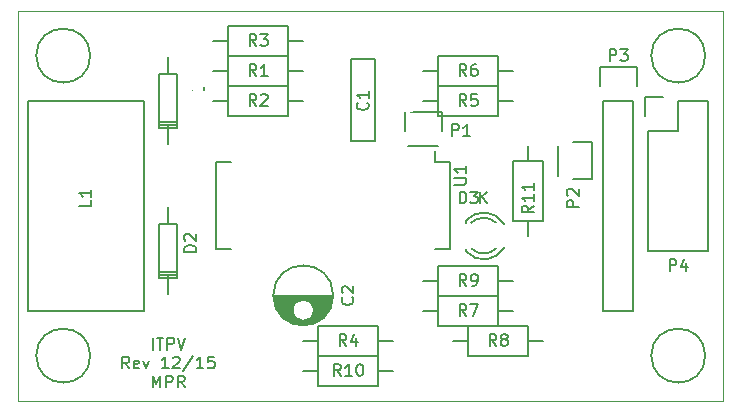
<source format=gbr>
G04 #@! TF.FileFunction,Legend,Top*
%FSLAX46Y46*%
G04 Gerber Fmt 4.6, Leading zero omitted, Abs format (unit mm)*
G04 Created by KiCad (PCBNEW 4.0.1-stable) date Sonntag, 27. Dezember 2015 21:34:01*
%MOMM*%
G01*
G04 APERTURE LIST*
%ADD10C,0.100000*%
%ADD11C,0.200000*%
%ADD12C,0.150000*%
%ADD13R,1.300000X1.300000*%
%ADD14C,1.300000*%
%ADD15C,1.699260*%
%ADD16R,1.699260X1.699260*%
%ADD17R,2.000000X2.000000*%
%ADD18C,2.000000*%
%ADD19C,2.032000*%
%ADD20R,2.235200X2.235200*%
%ADD21R,2.032000X1.727200*%
%ADD22O,2.032000X1.727200*%
%ADD23R,1.727200X1.727200*%
%ADD24O,1.727200X1.727200*%
%ADD25C,1.998980*%
%ADD26O,1.600000X1.600000*%
%ADD27C,4.064000*%
G04 APERTURE END LIST*
D10*
D11*
X154900476Y-126487381D02*
X154900476Y-125487381D01*
X155233809Y-125487381D02*
X155805238Y-125487381D01*
X155519523Y-126487381D02*
X155519523Y-125487381D01*
X156138571Y-126487381D02*
X156138571Y-125487381D01*
X156519524Y-125487381D01*
X156614762Y-125535000D01*
X156662381Y-125582619D01*
X156710000Y-125677857D01*
X156710000Y-125820714D01*
X156662381Y-125915952D01*
X156614762Y-125963571D01*
X156519524Y-126011190D01*
X156138571Y-126011190D01*
X156995714Y-125487381D02*
X157329047Y-126487381D01*
X157662381Y-125487381D01*
X152900476Y-128087381D02*
X152567142Y-127611190D01*
X152329047Y-128087381D02*
X152329047Y-127087381D01*
X152710000Y-127087381D01*
X152805238Y-127135000D01*
X152852857Y-127182619D01*
X152900476Y-127277857D01*
X152900476Y-127420714D01*
X152852857Y-127515952D01*
X152805238Y-127563571D01*
X152710000Y-127611190D01*
X152329047Y-127611190D01*
X153710000Y-128039762D02*
X153614762Y-128087381D01*
X153424285Y-128087381D01*
X153329047Y-128039762D01*
X153281428Y-127944524D01*
X153281428Y-127563571D01*
X153329047Y-127468333D01*
X153424285Y-127420714D01*
X153614762Y-127420714D01*
X153710000Y-127468333D01*
X153757619Y-127563571D01*
X153757619Y-127658810D01*
X153281428Y-127754048D01*
X154090952Y-127420714D02*
X154329047Y-128087381D01*
X154567143Y-127420714D01*
X156233810Y-128087381D02*
X155662381Y-128087381D01*
X155948095Y-128087381D02*
X155948095Y-127087381D01*
X155852857Y-127230238D01*
X155757619Y-127325476D01*
X155662381Y-127373095D01*
X156614762Y-127182619D02*
X156662381Y-127135000D01*
X156757619Y-127087381D01*
X156995715Y-127087381D01*
X157090953Y-127135000D01*
X157138572Y-127182619D01*
X157186191Y-127277857D01*
X157186191Y-127373095D01*
X157138572Y-127515952D01*
X156567143Y-128087381D01*
X157186191Y-128087381D01*
X158329048Y-127039762D02*
X157471905Y-128325476D01*
X159186191Y-128087381D02*
X158614762Y-128087381D01*
X158900476Y-128087381D02*
X158900476Y-127087381D01*
X158805238Y-127230238D01*
X158710000Y-127325476D01*
X158614762Y-127373095D01*
X160090953Y-127087381D02*
X159614762Y-127087381D01*
X159567143Y-127563571D01*
X159614762Y-127515952D01*
X159710000Y-127468333D01*
X159948096Y-127468333D01*
X160043334Y-127515952D01*
X160090953Y-127563571D01*
X160138572Y-127658810D01*
X160138572Y-127896905D01*
X160090953Y-127992143D01*
X160043334Y-128039762D01*
X159948096Y-128087381D01*
X159710000Y-128087381D01*
X159614762Y-128039762D01*
X159567143Y-127992143D01*
X154876667Y-129687381D02*
X154876667Y-128687381D01*
X155210001Y-129401667D01*
X155543334Y-128687381D01*
X155543334Y-129687381D01*
X156019524Y-129687381D02*
X156019524Y-128687381D01*
X156400477Y-128687381D01*
X156495715Y-128735000D01*
X156543334Y-128782619D01*
X156590953Y-128877857D01*
X156590953Y-129020714D01*
X156543334Y-129115952D01*
X156495715Y-129163571D01*
X156400477Y-129211190D01*
X156019524Y-129211190D01*
X157590953Y-129687381D02*
X157257619Y-129211190D01*
X157019524Y-129687381D02*
X157019524Y-128687381D01*
X157400477Y-128687381D01*
X157495715Y-128735000D01*
X157543334Y-128782619D01*
X157590953Y-128877857D01*
X157590953Y-129020714D01*
X157543334Y-129115952D01*
X157495715Y-129163571D01*
X157400477Y-129211190D01*
X157019524Y-129211190D01*
D10*
X143510000Y-130810000D02*
X143510000Y-97790000D01*
X203200000Y-130810000D02*
X143510000Y-130810000D01*
X203200000Y-97790000D02*
X203200000Y-130810000D01*
X143510000Y-97790000D02*
X203200000Y-97790000D01*
D12*
X170139000Y-121975000D02*
X165141000Y-121975000D01*
X170131000Y-122115000D02*
X165149000Y-122115000D01*
X170115000Y-122255000D02*
X167735000Y-122255000D01*
X167545000Y-122255000D02*
X165165000Y-122255000D01*
X170091000Y-122395000D02*
X168130000Y-122395000D01*
X167150000Y-122395000D02*
X165189000Y-122395000D01*
X170058000Y-122535000D02*
X168297000Y-122535000D01*
X166983000Y-122535000D02*
X165222000Y-122535000D01*
X170017000Y-122675000D02*
X168404000Y-122675000D01*
X166876000Y-122675000D02*
X165263000Y-122675000D01*
X169967000Y-122815000D02*
X168475000Y-122815000D01*
X166805000Y-122815000D02*
X165313000Y-122815000D01*
X169906000Y-122955000D02*
X168519000Y-122955000D01*
X166761000Y-122955000D02*
X165374000Y-122955000D01*
X169836000Y-123095000D02*
X168538000Y-123095000D01*
X166742000Y-123095000D02*
X165444000Y-123095000D01*
X169754000Y-123235000D02*
X168536000Y-123235000D01*
X166744000Y-123235000D02*
X165526000Y-123235000D01*
X169659000Y-123375000D02*
X168511000Y-123375000D01*
X166769000Y-123375000D02*
X165621000Y-123375000D01*
X169548000Y-123515000D02*
X168463000Y-123515000D01*
X166817000Y-123515000D02*
X165732000Y-123515000D01*
X169420000Y-123655000D02*
X168385000Y-123655000D01*
X166895000Y-123655000D02*
X165860000Y-123655000D01*
X169271000Y-123795000D02*
X168268000Y-123795000D01*
X167012000Y-123795000D02*
X166009000Y-123795000D01*
X169092000Y-123935000D02*
X168080000Y-123935000D01*
X167200000Y-123935000D02*
X166188000Y-123935000D01*
X168873000Y-124075000D02*
X166407000Y-124075000D01*
X168584000Y-124215000D02*
X166696000Y-124215000D01*
X168112000Y-124355000D02*
X167168000Y-124355000D01*
X168540000Y-123150000D02*
G75*
G03X168540000Y-123150000I-900000J0D01*
G01*
X170177500Y-121900000D02*
G75*
G03X170177500Y-121900000I-2537500J0D01*
G01*
X156207460Y-103123480D02*
X156207460Y-101726480D01*
X156207460Y-107568480D02*
X156207460Y-109092480D01*
X155445460Y-107187480D02*
X156969460Y-107187480D01*
X155445460Y-107441480D02*
X156969460Y-107441480D01*
X156207460Y-107695480D02*
X156969460Y-107695480D01*
X156969460Y-107695480D02*
X156969460Y-103123480D01*
X156969460Y-103123480D02*
X155445460Y-103123480D01*
X155445460Y-103123480D02*
X155445460Y-107695480D01*
X155445460Y-107695480D02*
X156207460Y-107695480D01*
X156207460Y-115823480D02*
X156207460Y-114426480D01*
X156207460Y-120268480D02*
X156207460Y-121792480D01*
X155445460Y-119887480D02*
X156969460Y-119887480D01*
X155445460Y-120141480D02*
X156969460Y-120141480D01*
X156207460Y-120395480D02*
X156969460Y-120395480D01*
X156969460Y-120395480D02*
X156969460Y-115823480D01*
X156969460Y-115823480D02*
X155445460Y-115823480D01*
X155445460Y-115823480D02*
X155445460Y-120395480D01*
X155445460Y-120395480D02*
X156207460Y-120395480D01*
X181411000Y-118154000D02*
X181411000Y-117954000D01*
X181411000Y-115560000D02*
X181411000Y-115740000D01*
X184638744Y-115870357D02*
G75*
G03X181411000Y-115554000I-1727744J-1003643D01*
G01*
X183963006Y-115740932D02*
G75*
G03X181860000Y-115740000I-1052006J-1133068D01*
G01*
X181423780Y-118180726D02*
G75*
G03X184661000Y-117834000I1497220J1306726D01*
G01*
X181897111Y-117953253D02*
G75*
G03X183945000Y-117934000I1013889J1079253D01*
G01*
X144335500Y-105410000D02*
X154114500Y-105410000D01*
X154114500Y-123190000D02*
X144335500Y-123190000D01*
X144335500Y-105410000D02*
X144335500Y-123190000D01*
X144335500Y-123190000D02*
X154114500Y-123190000D01*
X154114500Y-123190000D02*
X154114500Y-105410000D01*
X179350000Y-106400000D02*
X179350000Y-107950000D01*
X176250000Y-107950000D02*
X176250000Y-106400000D01*
X176250000Y-106400000D02*
X179350000Y-106400000D01*
X176530000Y-109220000D02*
X179070000Y-109220000D01*
X192050000Y-112040000D02*
X190500000Y-112040000D01*
X190500000Y-108940000D02*
X192050000Y-108940000D01*
X192050000Y-108940000D02*
X192050000Y-112040000D01*
X189230000Y-109220000D02*
X189230000Y-111760000D01*
X195580000Y-105410000D02*
X195580000Y-123190000D01*
X195580000Y-123190000D02*
X193040000Y-123190000D01*
X193040000Y-123190000D02*
X193040000Y-105410000D01*
X195860000Y-102590000D02*
X195860000Y-104140000D01*
X195580000Y-105410000D02*
X193040000Y-105410000D01*
X192760000Y-104140000D02*
X192760000Y-102590000D01*
X192760000Y-102590000D02*
X195860000Y-102590000D01*
X201930000Y-105410000D02*
X201930000Y-118110000D01*
X201930000Y-118110000D02*
X196850000Y-118110000D01*
X196850000Y-118110000D02*
X196850000Y-107950000D01*
X201930000Y-105410000D02*
X199390000Y-105410000D01*
X198120000Y-105130000D02*
X196570000Y-105130000D01*
X199390000Y-105410000D02*
X199390000Y-107950000D01*
X199390000Y-107950000D02*
X196850000Y-107950000D01*
X196570000Y-105130000D02*
X196570000Y-106680000D01*
X161290000Y-101600000D02*
X166370000Y-101600000D01*
X166370000Y-101600000D02*
X166370000Y-104140000D01*
X166370000Y-104140000D02*
X161290000Y-104140000D01*
X161290000Y-104140000D02*
X161290000Y-101600000D01*
X161290000Y-102870000D02*
X160020000Y-102870000D01*
X166370000Y-102870000D02*
X167640000Y-102870000D01*
X166370000Y-106680000D02*
X161290000Y-106680000D01*
X161290000Y-106680000D02*
X161290000Y-104140000D01*
X161290000Y-104140000D02*
X166370000Y-104140000D01*
X166370000Y-104140000D02*
X166370000Y-106680000D01*
X166370000Y-105410000D02*
X167640000Y-105410000D01*
X161290000Y-105410000D02*
X160020000Y-105410000D01*
X166370000Y-101600000D02*
X161290000Y-101600000D01*
X161290000Y-101600000D02*
X161290000Y-99060000D01*
X161290000Y-99060000D02*
X166370000Y-99060000D01*
X166370000Y-99060000D02*
X166370000Y-101600000D01*
X166370000Y-100330000D02*
X167640000Y-100330000D01*
X161290000Y-100330000D02*
X160020000Y-100330000D01*
X173990000Y-127000000D02*
X168910000Y-127000000D01*
X168910000Y-127000000D02*
X168910000Y-124460000D01*
X168910000Y-124460000D02*
X173990000Y-124460000D01*
X173990000Y-124460000D02*
X173990000Y-127000000D01*
X173990000Y-125730000D02*
X175260000Y-125730000D01*
X168910000Y-125730000D02*
X167640000Y-125730000D01*
X184150000Y-106680000D02*
X179070000Y-106680000D01*
X179070000Y-106680000D02*
X179070000Y-104140000D01*
X179070000Y-104140000D02*
X184150000Y-104140000D01*
X184150000Y-104140000D02*
X184150000Y-106680000D01*
X184150000Y-105410000D02*
X185420000Y-105410000D01*
X179070000Y-105410000D02*
X177800000Y-105410000D01*
X179070000Y-101600000D02*
X184150000Y-101600000D01*
X184150000Y-101600000D02*
X184150000Y-104140000D01*
X184150000Y-104140000D02*
X179070000Y-104140000D01*
X179070000Y-104140000D02*
X179070000Y-101600000D01*
X179070000Y-102870000D02*
X177800000Y-102870000D01*
X184150000Y-102870000D02*
X185420000Y-102870000D01*
X179070000Y-121920000D02*
X184150000Y-121920000D01*
X184150000Y-121920000D02*
X184150000Y-124460000D01*
X184150000Y-124460000D02*
X179070000Y-124460000D01*
X179070000Y-124460000D02*
X179070000Y-121920000D01*
X179070000Y-123190000D02*
X177800000Y-123190000D01*
X184150000Y-123190000D02*
X185420000Y-123190000D01*
X186690000Y-127000000D02*
X181610000Y-127000000D01*
X181610000Y-127000000D02*
X181610000Y-124460000D01*
X181610000Y-124460000D02*
X186690000Y-124460000D01*
X186690000Y-124460000D02*
X186690000Y-127000000D01*
X186690000Y-125730000D02*
X187960000Y-125730000D01*
X181610000Y-125730000D02*
X180340000Y-125730000D01*
X179070000Y-119380000D02*
X184150000Y-119380000D01*
X184150000Y-119380000D02*
X184150000Y-121920000D01*
X184150000Y-121920000D02*
X179070000Y-121920000D01*
X179070000Y-121920000D02*
X179070000Y-119380000D01*
X179070000Y-120650000D02*
X177800000Y-120650000D01*
X184150000Y-120650000D02*
X185420000Y-120650000D01*
X173990000Y-129540000D02*
X168910000Y-129540000D01*
X168910000Y-129540000D02*
X168910000Y-127000000D01*
X168910000Y-127000000D02*
X173990000Y-127000000D01*
X173990000Y-127000000D02*
X173990000Y-129540000D01*
X173990000Y-128270000D02*
X175260000Y-128270000D01*
X168910000Y-128270000D02*
X167640000Y-128270000D01*
X187960000Y-110490000D02*
X187960000Y-115570000D01*
X187960000Y-115570000D02*
X185420000Y-115570000D01*
X185420000Y-115570000D02*
X185420000Y-110490000D01*
X185420000Y-110490000D02*
X187960000Y-110490000D01*
X186690000Y-110490000D02*
X186690000Y-109220000D01*
X186690000Y-115570000D02*
X186690000Y-116840000D01*
X180095000Y-110625000D02*
X178825000Y-110625000D01*
X180095000Y-117975000D02*
X178825000Y-117975000D01*
X160265000Y-117975000D02*
X161535000Y-117975000D01*
X160265000Y-110625000D02*
X161535000Y-110625000D01*
X180095000Y-110625000D02*
X180095000Y-117975000D01*
X160265000Y-110625000D02*
X160265000Y-117975000D01*
X178825000Y-110625000D02*
X178825000Y-109690000D01*
X173720000Y-101870000D02*
X173720000Y-108870000D01*
X173720000Y-108870000D02*
X171720000Y-108870000D01*
X171720000Y-108870000D02*
X171720000Y-101870000D01*
X171720000Y-101870000D02*
X173720000Y-101870000D01*
X201676000Y-101600000D02*
G75*
G03X201676000Y-101600000I-2286000J0D01*
G01*
X201676000Y-127000000D02*
G75*
G03X201676000Y-127000000I-2286000J0D01*
G01*
X149606000Y-127000000D02*
G75*
G03X149606000Y-127000000I-2286000J0D01*
G01*
X149606000Y-101600000D02*
G75*
G03X149606000Y-101600000I-2286000J0D01*
G01*
X171797143Y-122066666D02*
X171844762Y-122114285D01*
X171892381Y-122257142D01*
X171892381Y-122352380D01*
X171844762Y-122495238D01*
X171749524Y-122590476D01*
X171654286Y-122638095D01*
X171463810Y-122685714D01*
X171320952Y-122685714D01*
X171130476Y-122638095D01*
X171035238Y-122590476D01*
X170940000Y-122495238D01*
X170892381Y-122352380D01*
X170892381Y-122257142D01*
X170940000Y-122114285D01*
X170987619Y-122066666D01*
X170987619Y-121685714D02*
X170940000Y-121638095D01*
X170892381Y-121542857D01*
X170892381Y-121304761D01*
X170940000Y-121209523D01*
X170987619Y-121161904D01*
X171082857Y-121114285D01*
X171178095Y-121114285D01*
X171320952Y-121161904D01*
X171892381Y-121733333D01*
X171892381Y-121114285D01*
X159199841Y-105797575D02*
X158199841Y-105797575D01*
X158199841Y-105559480D01*
X158247460Y-105416622D01*
X158342698Y-105321384D01*
X158437936Y-105273765D01*
X158628412Y-105226146D01*
X158771270Y-105226146D01*
X158961746Y-105273765D01*
X159056984Y-105321384D01*
X159152222Y-105416622D01*
X159199841Y-105559480D01*
X159199841Y-105797575D01*
X159199841Y-104273765D02*
X159199841Y-104845194D01*
X159199841Y-104559480D02*
X158199841Y-104559480D01*
X158342698Y-104654718D01*
X158437936Y-104749956D01*
X158485555Y-104845194D01*
X158567381Y-118213095D02*
X157567381Y-118213095D01*
X157567381Y-117975000D01*
X157615000Y-117832142D01*
X157710238Y-117736904D01*
X157805476Y-117689285D01*
X157995952Y-117641666D01*
X158138810Y-117641666D01*
X158329286Y-117689285D01*
X158424524Y-117736904D01*
X158519762Y-117832142D01*
X158567381Y-117975000D01*
X158567381Y-118213095D01*
X157662619Y-117260714D02*
X157615000Y-117213095D01*
X157567381Y-117117857D01*
X157567381Y-116879761D01*
X157615000Y-116784523D01*
X157662619Y-116736904D01*
X157757857Y-116689285D01*
X157853095Y-116689285D01*
X157995952Y-116736904D01*
X158567381Y-117308333D01*
X158567381Y-116689285D01*
X180871905Y-114117381D02*
X180871905Y-113117381D01*
X181110000Y-113117381D01*
X181252858Y-113165000D01*
X181348096Y-113260238D01*
X181395715Y-113355476D01*
X181443334Y-113545952D01*
X181443334Y-113688810D01*
X181395715Y-113879286D01*
X181348096Y-113974524D01*
X181252858Y-114069762D01*
X181110000Y-114117381D01*
X180871905Y-114117381D01*
X181776667Y-113117381D02*
X182395715Y-113117381D01*
X182062381Y-113498333D01*
X182205239Y-113498333D01*
X182300477Y-113545952D01*
X182348096Y-113593571D01*
X182395715Y-113688810D01*
X182395715Y-113926905D01*
X182348096Y-114022143D01*
X182300477Y-114069762D01*
X182205239Y-114117381D01*
X181919524Y-114117381D01*
X181824286Y-114069762D01*
X181776667Y-114022143D01*
X182618095Y-114117381D02*
X182618095Y-113117381D01*
X183189524Y-114117381D02*
X182760952Y-113545952D01*
X183189524Y-113117381D02*
X182618095Y-113688810D01*
X149677381Y-113831666D02*
X149677381Y-114307857D01*
X148677381Y-114307857D01*
X149677381Y-112974523D02*
X149677381Y-113545952D01*
X149677381Y-113260238D02*
X148677381Y-113260238D01*
X148820238Y-113355476D01*
X148915476Y-113450714D01*
X148963095Y-113545952D01*
X180236905Y-108402381D02*
X180236905Y-107402381D01*
X180617858Y-107402381D01*
X180713096Y-107450000D01*
X180760715Y-107497619D01*
X180808334Y-107592857D01*
X180808334Y-107735714D01*
X180760715Y-107830952D01*
X180713096Y-107878571D01*
X180617858Y-107926190D01*
X180236905Y-107926190D01*
X181760715Y-108402381D02*
X181189286Y-108402381D01*
X181475000Y-108402381D02*
X181475000Y-107402381D01*
X181379762Y-107545238D01*
X181284524Y-107640476D01*
X181189286Y-107688095D01*
X190952381Y-114403095D02*
X189952381Y-114403095D01*
X189952381Y-114022142D01*
X190000000Y-113926904D01*
X190047619Y-113879285D01*
X190142857Y-113831666D01*
X190285714Y-113831666D01*
X190380952Y-113879285D01*
X190428571Y-113926904D01*
X190476190Y-114022142D01*
X190476190Y-114403095D01*
X190047619Y-113450714D02*
X190000000Y-113403095D01*
X189952381Y-113307857D01*
X189952381Y-113069761D01*
X190000000Y-112974523D01*
X190047619Y-112926904D01*
X190142857Y-112879285D01*
X190238095Y-112879285D01*
X190380952Y-112926904D01*
X190952381Y-113498333D01*
X190952381Y-112879285D01*
X193571905Y-102052381D02*
X193571905Y-101052381D01*
X193952858Y-101052381D01*
X194048096Y-101100000D01*
X194095715Y-101147619D01*
X194143334Y-101242857D01*
X194143334Y-101385714D01*
X194095715Y-101480952D01*
X194048096Y-101528571D01*
X193952858Y-101576190D01*
X193571905Y-101576190D01*
X194476667Y-101052381D02*
X195095715Y-101052381D01*
X194762381Y-101433333D01*
X194905239Y-101433333D01*
X195000477Y-101480952D01*
X195048096Y-101528571D01*
X195095715Y-101623810D01*
X195095715Y-101861905D01*
X195048096Y-101957143D01*
X195000477Y-102004762D01*
X194905239Y-102052381D01*
X194619524Y-102052381D01*
X194524286Y-102004762D01*
X194476667Y-101957143D01*
X198651905Y-119832381D02*
X198651905Y-118832381D01*
X199032858Y-118832381D01*
X199128096Y-118880000D01*
X199175715Y-118927619D01*
X199223334Y-119022857D01*
X199223334Y-119165714D01*
X199175715Y-119260952D01*
X199128096Y-119308571D01*
X199032858Y-119356190D01*
X198651905Y-119356190D01*
X200080477Y-119165714D02*
X200080477Y-119832381D01*
X199842381Y-118784762D02*
X199604286Y-119499048D01*
X200223334Y-119499048D01*
X163663334Y-103322381D02*
X163330000Y-102846190D01*
X163091905Y-103322381D02*
X163091905Y-102322381D01*
X163472858Y-102322381D01*
X163568096Y-102370000D01*
X163615715Y-102417619D01*
X163663334Y-102512857D01*
X163663334Y-102655714D01*
X163615715Y-102750952D01*
X163568096Y-102798571D01*
X163472858Y-102846190D01*
X163091905Y-102846190D01*
X164615715Y-103322381D02*
X164044286Y-103322381D01*
X164330000Y-103322381D02*
X164330000Y-102322381D01*
X164234762Y-102465238D01*
X164139524Y-102560476D01*
X164044286Y-102608095D01*
X163663334Y-105862381D02*
X163330000Y-105386190D01*
X163091905Y-105862381D02*
X163091905Y-104862381D01*
X163472858Y-104862381D01*
X163568096Y-104910000D01*
X163615715Y-104957619D01*
X163663334Y-105052857D01*
X163663334Y-105195714D01*
X163615715Y-105290952D01*
X163568096Y-105338571D01*
X163472858Y-105386190D01*
X163091905Y-105386190D01*
X164044286Y-104957619D02*
X164091905Y-104910000D01*
X164187143Y-104862381D01*
X164425239Y-104862381D01*
X164520477Y-104910000D01*
X164568096Y-104957619D01*
X164615715Y-105052857D01*
X164615715Y-105148095D01*
X164568096Y-105290952D01*
X163996667Y-105862381D01*
X164615715Y-105862381D01*
X163663334Y-100782381D02*
X163330000Y-100306190D01*
X163091905Y-100782381D02*
X163091905Y-99782381D01*
X163472858Y-99782381D01*
X163568096Y-99830000D01*
X163615715Y-99877619D01*
X163663334Y-99972857D01*
X163663334Y-100115714D01*
X163615715Y-100210952D01*
X163568096Y-100258571D01*
X163472858Y-100306190D01*
X163091905Y-100306190D01*
X163996667Y-99782381D02*
X164615715Y-99782381D01*
X164282381Y-100163333D01*
X164425239Y-100163333D01*
X164520477Y-100210952D01*
X164568096Y-100258571D01*
X164615715Y-100353810D01*
X164615715Y-100591905D01*
X164568096Y-100687143D01*
X164520477Y-100734762D01*
X164425239Y-100782381D01*
X164139524Y-100782381D01*
X164044286Y-100734762D01*
X163996667Y-100687143D01*
X171283334Y-126182381D02*
X170950000Y-125706190D01*
X170711905Y-126182381D02*
X170711905Y-125182381D01*
X171092858Y-125182381D01*
X171188096Y-125230000D01*
X171235715Y-125277619D01*
X171283334Y-125372857D01*
X171283334Y-125515714D01*
X171235715Y-125610952D01*
X171188096Y-125658571D01*
X171092858Y-125706190D01*
X170711905Y-125706190D01*
X172140477Y-125515714D02*
X172140477Y-126182381D01*
X171902381Y-125134762D02*
X171664286Y-125849048D01*
X172283334Y-125849048D01*
X181443334Y-105862381D02*
X181110000Y-105386190D01*
X180871905Y-105862381D02*
X180871905Y-104862381D01*
X181252858Y-104862381D01*
X181348096Y-104910000D01*
X181395715Y-104957619D01*
X181443334Y-105052857D01*
X181443334Y-105195714D01*
X181395715Y-105290952D01*
X181348096Y-105338571D01*
X181252858Y-105386190D01*
X180871905Y-105386190D01*
X182348096Y-104862381D02*
X181871905Y-104862381D01*
X181824286Y-105338571D01*
X181871905Y-105290952D01*
X181967143Y-105243333D01*
X182205239Y-105243333D01*
X182300477Y-105290952D01*
X182348096Y-105338571D01*
X182395715Y-105433810D01*
X182395715Y-105671905D01*
X182348096Y-105767143D01*
X182300477Y-105814762D01*
X182205239Y-105862381D01*
X181967143Y-105862381D01*
X181871905Y-105814762D01*
X181824286Y-105767143D01*
X181443334Y-103322381D02*
X181110000Y-102846190D01*
X180871905Y-103322381D02*
X180871905Y-102322381D01*
X181252858Y-102322381D01*
X181348096Y-102370000D01*
X181395715Y-102417619D01*
X181443334Y-102512857D01*
X181443334Y-102655714D01*
X181395715Y-102750952D01*
X181348096Y-102798571D01*
X181252858Y-102846190D01*
X180871905Y-102846190D01*
X182300477Y-102322381D02*
X182110000Y-102322381D01*
X182014762Y-102370000D01*
X181967143Y-102417619D01*
X181871905Y-102560476D01*
X181824286Y-102750952D01*
X181824286Y-103131905D01*
X181871905Y-103227143D01*
X181919524Y-103274762D01*
X182014762Y-103322381D01*
X182205239Y-103322381D01*
X182300477Y-103274762D01*
X182348096Y-103227143D01*
X182395715Y-103131905D01*
X182395715Y-102893810D01*
X182348096Y-102798571D01*
X182300477Y-102750952D01*
X182205239Y-102703333D01*
X182014762Y-102703333D01*
X181919524Y-102750952D01*
X181871905Y-102798571D01*
X181824286Y-102893810D01*
X181443334Y-123642381D02*
X181110000Y-123166190D01*
X180871905Y-123642381D02*
X180871905Y-122642381D01*
X181252858Y-122642381D01*
X181348096Y-122690000D01*
X181395715Y-122737619D01*
X181443334Y-122832857D01*
X181443334Y-122975714D01*
X181395715Y-123070952D01*
X181348096Y-123118571D01*
X181252858Y-123166190D01*
X180871905Y-123166190D01*
X181776667Y-122642381D02*
X182443334Y-122642381D01*
X182014762Y-123642381D01*
X183983334Y-126182381D02*
X183650000Y-125706190D01*
X183411905Y-126182381D02*
X183411905Y-125182381D01*
X183792858Y-125182381D01*
X183888096Y-125230000D01*
X183935715Y-125277619D01*
X183983334Y-125372857D01*
X183983334Y-125515714D01*
X183935715Y-125610952D01*
X183888096Y-125658571D01*
X183792858Y-125706190D01*
X183411905Y-125706190D01*
X184554762Y-125610952D02*
X184459524Y-125563333D01*
X184411905Y-125515714D01*
X184364286Y-125420476D01*
X184364286Y-125372857D01*
X184411905Y-125277619D01*
X184459524Y-125230000D01*
X184554762Y-125182381D01*
X184745239Y-125182381D01*
X184840477Y-125230000D01*
X184888096Y-125277619D01*
X184935715Y-125372857D01*
X184935715Y-125420476D01*
X184888096Y-125515714D01*
X184840477Y-125563333D01*
X184745239Y-125610952D01*
X184554762Y-125610952D01*
X184459524Y-125658571D01*
X184411905Y-125706190D01*
X184364286Y-125801429D01*
X184364286Y-125991905D01*
X184411905Y-126087143D01*
X184459524Y-126134762D01*
X184554762Y-126182381D01*
X184745239Y-126182381D01*
X184840477Y-126134762D01*
X184888096Y-126087143D01*
X184935715Y-125991905D01*
X184935715Y-125801429D01*
X184888096Y-125706190D01*
X184840477Y-125658571D01*
X184745239Y-125610952D01*
X181443334Y-121102381D02*
X181110000Y-120626190D01*
X180871905Y-121102381D02*
X180871905Y-120102381D01*
X181252858Y-120102381D01*
X181348096Y-120150000D01*
X181395715Y-120197619D01*
X181443334Y-120292857D01*
X181443334Y-120435714D01*
X181395715Y-120530952D01*
X181348096Y-120578571D01*
X181252858Y-120626190D01*
X180871905Y-120626190D01*
X181919524Y-121102381D02*
X182110000Y-121102381D01*
X182205239Y-121054762D01*
X182252858Y-121007143D01*
X182348096Y-120864286D01*
X182395715Y-120673810D01*
X182395715Y-120292857D01*
X182348096Y-120197619D01*
X182300477Y-120150000D01*
X182205239Y-120102381D01*
X182014762Y-120102381D01*
X181919524Y-120150000D01*
X181871905Y-120197619D01*
X181824286Y-120292857D01*
X181824286Y-120530952D01*
X181871905Y-120626190D01*
X181919524Y-120673810D01*
X182014762Y-120721429D01*
X182205239Y-120721429D01*
X182300477Y-120673810D01*
X182348096Y-120626190D01*
X182395715Y-120530952D01*
X170807143Y-128722381D02*
X170473809Y-128246190D01*
X170235714Y-128722381D02*
X170235714Y-127722381D01*
X170616667Y-127722381D01*
X170711905Y-127770000D01*
X170759524Y-127817619D01*
X170807143Y-127912857D01*
X170807143Y-128055714D01*
X170759524Y-128150952D01*
X170711905Y-128198571D01*
X170616667Y-128246190D01*
X170235714Y-128246190D01*
X171759524Y-128722381D02*
X171188095Y-128722381D01*
X171473809Y-128722381D02*
X171473809Y-127722381D01*
X171378571Y-127865238D01*
X171283333Y-127960476D01*
X171188095Y-128008095D01*
X172378571Y-127722381D02*
X172473810Y-127722381D01*
X172569048Y-127770000D01*
X172616667Y-127817619D01*
X172664286Y-127912857D01*
X172711905Y-128103333D01*
X172711905Y-128341429D01*
X172664286Y-128531905D01*
X172616667Y-128627143D01*
X172569048Y-128674762D01*
X172473810Y-128722381D01*
X172378571Y-128722381D01*
X172283333Y-128674762D01*
X172235714Y-128627143D01*
X172188095Y-128531905D01*
X172140476Y-128341429D01*
X172140476Y-128103333D01*
X172188095Y-127912857D01*
X172235714Y-127817619D01*
X172283333Y-127770000D01*
X172378571Y-127722381D01*
X187142381Y-114307857D02*
X186666190Y-114641191D01*
X187142381Y-114879286D02*
X186142381Y-114879286D01*
X186142381Y-114498333D01*
X186190000Y-114403095D01*
X186237619Y-114355476D01*
X186332857Y-114307857D01*
X186475714Y-114307857D01*
X186570952Y-114355476D01*
X186618571Y-114403095D01*
X186666190Y-114498333D01*
X186666190Y-114879286D01*
X187142381Y-113355476D02*
X187142381Y-113926905D01*
X187142381Y-113641191D02*
X186142381Y-113641191D01*
X186285238Y-113736429D01*
X186380476Y-113831667D01*
X186428095Y-113926905D01*
X187142381Y-112403095D02*
X187142381Y-112974524D01*
X187142381Y-112688810D02*
X186142381Y-112688810D01*
X186285238Y-112784048D01*
X186380476Y-112879286D01*
X186428095Y-112974524D01*
X180427381Y-112521905D02*
X181236905Y-112521905D01*
X181332143Y-112474286D01*
X181379762Y-112426667D01*
X181427381Y-112331429D01*
X181427381Y-112140952D01*
X181379762Y-112045714D01*
X181332143Y-111998095D01*
X181236905Y-111950476D01*
X180427381Y-111950476D01*
X181427381Y-110950476D02*
X181427381Y-111521905D01*
X181427381Y-111236191D02*
X180427381Y-111236191D01*
X180570238Y-111331429D01*
X180665476Y-111426667D01*
X180713095Y-111521905D01*
X173077143Y-105576666D02*
X173124762Y-105624285D01*
X173172381Y-105767142D01*
X173172381Y-105862380D01*
X173124762Y-106005238D01*
X173029524Y-106100476D01*
X172934286Y-106148095D01*
X172743810Y-106195714D01*
X172600952Y-106195714D01*
X172410476Y-106148095D01*
X172315238Y-106100476D01*
X172220000Y-106005238D01*
X172172381Y-105862380D01*
X172172381Y-105767142D01*
X172220000Y-105624285D01*
X172267619Y-105576666D01*
X173172381Y-104624285D02*
X173172381Y-105195714D01*
X173172381Y-104910000D02*
X172172381Y-104910000D01*
X172315238Y-105005238D01*
X172410476Y-105100476D01*
X172458095Y-105195714D01*
%LPC*%
D13*
X167640000Y-120650000D03*
D14*
X167640000Y-123150000D03*
D15*
X156207460Y-100329480D03*
D16*
X156207460Y-110489480D03*
D15*
X156207460Y-113029480D03*
D16*
X156207460Y-123189480D03*
D17*
X181610000Y-116840000D03*
D18*
X184150000Y-116840000D03*
D19*
X149225000Y-120650000D03*
X149225000Y-107950000D03*
D20*
X177800000Y-107950000D03*
X190500000Y-110490000D03*
D21*
X194310000Y-104140000D03*
D22*
X194310000Y-106680000D03*
X194310000Y-109220000D03*
X194310000Y-111760000D03*
X194310000Y-114300000D03*
X194310000Y-116840000D03*
X194310000Y-119380000D03*
X194310000Y-121920000D03*
D23*
X198120000Y-106680000D03*
D24*
X200660000Y-106680000D03*
X198120000Y-109220000D03*
X200660000Y-109220000D03*
X198120000Y-111760000D03*
X200660000Y-111760000D03*
X198120000Y-114300000D03*
X200660000Y-114300000D03*
X198120000Y-116840000D03*
X200660000Y-116840000D03*
D25*
X158750000Y-102870000D03*
X168910000Y-102870000D03*
X168910000Y-105410000D03*
X158750000Y-105410000D03*
X168910000Y-100330000D03*
X158750000Y-100330000D03*
X176530000Y-125730000D03*
X166370000Y-125730000D03*
X186690000Y-105410000D03*
X176530000Y-105410000D03*
X176530000Y-102870000D03*
X186690000Y-102870000D03*
X176530000Y-123190000D03*
X186690000Y-123190000D03*
X189230000Y-125730000D03*
X179070000Y-125730000D03*
X176530000Y-120650000D03*
X186690000Y-120650000D03*
X176530000Y-128270000D03*
X166370000Y-128270000D03*
X186690000Y-107950000D03*
X186690000Y-118110000D03*
D26*
X177800000Y-110490000D03*
X175260000Y-110490000D03*
X172720000Y-110490000D03*
X170180000Y-110490000D03*
X167640000Y-110490000D03*
X165100000Y-110490000D03*
X162560000Y-110490000D03*
X162560000Y-118110000D03*
X165100000Y-118110000D03*
X167640000Y-118110000D03*
X170180000Y-118110000D03*
X172720000Y-118110000D03*
X175260000Y-118110000D03*
X177800000Y-118110000D03*
D13*
X172720000Y-102870000D03*
D14*
X172720000Y-107870000D03*
D27*
X199390000Y-101600000D03*
X199390000Y-127000000D03*
X147320000Y-127000000D03*
X147320000Y-101600000D03*
M02*

</source>
